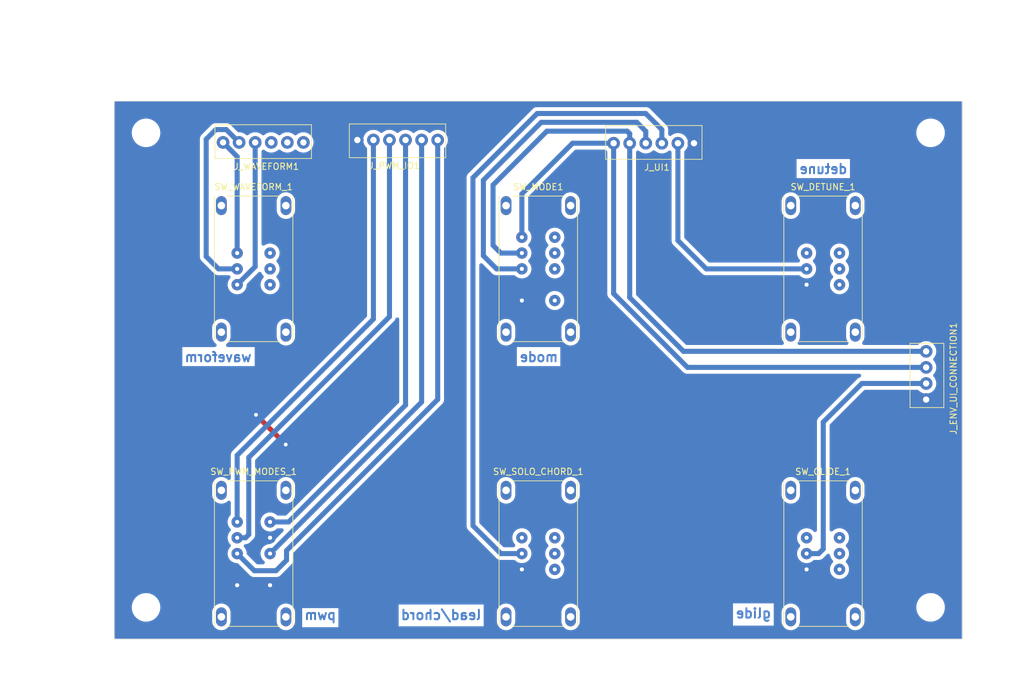
<source format=kicad_pcb>
(kicad_pcb (version 20221018) (generator pcbnew)
  (layers (0 "F.Cu" signal) (31 "B.Cu" signal) (34 "B.Paste" user) (35 "F.Paste" user) (36 "B.SilkS" user "B.Silkscreen") (37 "F.SilkS" user "F.Silkscreen") (38 "B.Mask" user) (39 "F.Mask" user) (44 "Edge.Cuts" user))
  (net 0 "")
  (net 1 "PULSE_WIDTH")
  (net 2 "PWM_OUT")
  (net 3 "PWM_LFO")
  (net 4 "PWM_NARROW_BIAS")
  (net 5 "PWM_LFO_BIAS")
  (net 6 "GND")
  (net 7 "+3.3V")
  (net 8 "1.5V")
  (net 9 "MODE")
  (net 10 "SOLO_CHORD")
  (net 11 "DETUNE")
  (net 12 "GLIDE")
  (net 13 "SQR_IN")
  (net 14 "WAVEFORM_OUT")
  (net 15 "SAW_IN")
  (footprint "MountingHole:MountingHole_4mm" (layer "F.Cu") (at 202 114)
    (fp_text reference "H3" hide)
    (fp_text value "MountingHole")
    (pad "" np_thru_hole circle (at 0 0) (size 4 4) (drill 4) (layers "*.Cu" "*.Mask"))
  )
  (footprint "Shmoergh_Custom_Footprints:NSL25_01x06_Vertical" (layer "F.Cu") (at 151.901523 40.64)
    (fp_text reference "J_UI1" (at 6.858 3.81) (layer "F.SilkS"))
    (fp_text value "Conn_01x06")
    (fp_line (start -1.27 -2.794) (end 13.97 -2.794) (stroke (width 0.12)) (layer "F.SilkS"))
    (fp_line (start -1.27 2.54) (end -1.27 -2.794) (stroke (width 0.12)) (layer "F.SilkS"))
    (fp_line (start 13.97 -2.794) (end 13.97 2.54) (stroke (width 0.12)) (layer "F.SilkS"))
    (fp_line (start 13.97 2.54) (end -1.27 2.54) (stroke (width 0.12)) (layer "F.SilkS"))
    (pad "1" thru_hole circle (at 0 0) (size 2 2) (drill 1) (layers "*.Cu" "*.Mask") (net 7 "+3.3V"))
    (pad "2" thru_hole circle (at 2.54 0) (size 2 2) (drill 1) (layers "*.Cu" "*.Mask") (net 8 "1.5V"))
    (pad "3" thru_hole circle (at 5.08 0) (size 2 2) (drill 1) (layers "*.Cu" "*.Mask") (net 9 "MODE"))
    (pad "4" thru_hole circle (at 7.62 0) (size 2 2) (drill 1) (layers "*.Cu" "*.Mask") (net 10 "SOLO_CHORD"))
    (pad "5" thru_hole circle (at 10.16 0) (size 2 2) (drill 1) (layers "*.Cu" "*.Mask") (net 11 "DETUNE"))
    (pad "6" thru_hole circle (at 12.7 0) (size 2 2) (drill 1) (layers "*.Cu" "*.Mask") (net 6 "GND"))
  )
  (footprint "Shmoergh_Custom_Footprints:DPDT Korg Style Switch" (layer "F.Cu") (at 140 105.5)
    (fp_text reference "SW_SOLO_CHORD_1" (at 0 -12.954 unlocked) (layer "F.SilkS"))
    (fp_text value "SW_DPDT_x2")
    (fp_line (start -6.2 11.5) (end -6.2 -11.5) (stroke (width 0.12)) (layer "F.SilkS"))
    (fp_line (start -4.1 -11.5) (end 4 -11.5) (stroke (width 0.12)) (layer "F.SilkS"))
    (fp_line (start -4 11.5) (end 4 11.5) (stroke (width 0.12)) (layer "F.SilkS"))
    (fp_line (start 6.2 11.5) (end 6.2 -11.5) (stroke (width 0.12)) (layer "F.SilkS"))
    (pad "" thru_hole oval (at -5.1 -10) (size 1.7 3) (drill 1.2) (layers "*.Cu" "*.Mask"))
    (pad "" thru_hole oval (at -5.1 10) (size 1.7 3) (drill 1.2) (layers "*.Cu" "*.Mask"))
    (pad "" thru_hole oval (at 5.1 -10) (size 1.7 3) (drill 1.2) (layers "*.Cu" "*.Mask"))
    (pad "" thru_hole oval (at 5.1 10) (size 1.7 3) (drill 1.2) (layers "*.Cu" "*.Mask"))
    (pad "1" thru_hole circle (at -2.6 -2.5) (size 1.8 1.8) (drill 0.65) (layers "*.Cu" "*.Mask"))
    (pad "2" thru_hole circle (at 2.6 -2.5) (size 1.8 1.8) (drill 0.65) (layers "*.Cu" "*.Mask"))
    (pad "3" thru_hole circle (at -2.6 0) (size 1.8 1.8) (drill 0.65) (layers "*.Cu" "*.Mask") (net 10 "SOLO_CHORD"))
    (pad "4" thru_hole circle (at 2.6 0) (size 1.8 1.8) (drill 0.65) (layers "*.Cu" "*.Mask"))
    (pad "5" thru_hole circle (at -2.6 2.5) (size 1.8 1.8) (drill 0.65) (layers "*.Cu" "*.Mask") (net 6 "GND"))
    (pad "6" thru_hole circle (at 2.6 2.5) (size 1.8 1.8) (drill 0.65) (layers "*.Cu" "*.Mask"))
  )
  (footprint "MountingHole:MountingHole_4mm" (layer "F.Cu") (at 78 39)
    (fp_text reference "H1" hide)
    (fp_text value "MountingHole")
    (pad "" np_thru_hole circle (at 0 0) (size 4 4) (drill 4) (layers "*.Cu" "*.Mask"))
  )
  (footprint "Shmoergh_Custom_Footprints:NSL25_01x06_Vertical" (layer "F.Cu") (at 124.094314 40.132 180)
    (fp_text reference "J_PWM_IO1" (at 6.858 -4.064) (layer "F.SilkS"))
    (fp_text value "Conn_01x06")
    (fp_line (start -1.27 -2.794) (end 13.97 -2.794) (stroke (width 0.12)) (layer "F.SilkS"))
    (fp_line (start -1.27 2.54) (end -1.27 -2.794) (stroke (width 0.12)) (layer "F.SilkS"))
    (fp_line (start 13.97 -2.794) (end 13.97 2.54) (stroke (width 0.12)) (layer "F.SilkS"))
    (fp_line (start 13.97 2.54) (end -1.27 2.54) (stroke (width 0.12)) (layer "F.SilkS"))
    (pad "1" thru_hole circle (at 0 0 180) (size 2 2) (drill 1) (layers "*.Cu" "*.Mask") (net 1 "PULSE_WIDTH"))
    (pad "2" thru_hole circle (at 2.54 0 180) (size 2 2) (drill 1) (layers "*.Cu" "*.Mask") (net 2 "PWM_OUT"))
    (pad "3" thru_hole circle (at 5.08 0 180) (size 2 2) (drill 1) (layers "*.Cu" "*.Mask") (net 3 "PWM_LFO"))
    (pad "4" thru_hole circle (at 7.62 0 180) (size 2 2) (drill 1) (layers "*.Cu" "*.Mask") (net 4 "PWM_NARROW_BIAS"))
    (pad "5" thru_hole circle (at 10.16 0 180) (size 2 2) (drill 1) (layers "*.Cu" "*.Mask") (net 5 "PWM_LFO_BIAS"))
    (pad "6" thru_hole circle (at 12.7 0 180) (size 2 2) (drill 1) (layers "*.Cu" "*.Mask") (net 6 "GND"))
  )
  (footprint "Shmoergh_Custom_Footprints:NSL25_01x04_Vertical" (layer "F.Cu") (at 201.295 73.533 -90)
    (fp_text reference "J_ENV_UI_CONNECTION1" (at 4.318 -4.318 90) (layer "F.SilkS"))
    (fp_text value "Conn_01x04")
    (fp_line (start -1.27 -2.794) (end 8.89 -2.794) (stroke (width 0.12)) (layer "F.SilkS"))
    (fp_line (start -1.27 2.54) (end -1.27 -2.794) (stroke (width 0.12)) (layer "F.SilkS"))
    (fp_line (start 8.89 -2.794) (end 8.89 2.54) (stroke (width 0.12)) (layer "F.SilkS"))
    (fp_line (start 8.89 2.54) (end -1.27 2.54) (stroke (width 0.12)) (layer "F.SilkS"))
    (pad "1" thru_hole circle (at 0 0 270) (size 2 2) (drill 1) (layers "*.Cu" "*.Mask") (net 8 "1.5V"))
    (pad "2" thru_hole circle (at 2.54 0 270) (size 2 2) (drill 1) (layers "*.Cu" "*.Mask") (net 7 "+3.3V"))
    (pad "3" thru_hole circle (at 5.08 0 270) (size 2 2) (drill 1) (layers "*.Cu" "*.Mask") (net 12 "GLIDE"))
    (pad "4" thru_hole circle (at 7.62 0 270) (size 2 2) (drill 1) (layers "*.Cu" "*.Mask") (net 6 "GND"))
  )
  (footprint "MountingHole:MountingHole_4mm" (layer "F.Cu") (at 78 114)
    (fp_text reference "H4" hide)
    (fp_text value "MountingHole")
    (pad "" np_thru_hole circle (at 0 0) (size 4 4) (drill 4) (layers "*.Cu" "*.Mask"))
  )
  (footprint "Shmoergh_Custom_Footprints:DPDT Korg Style Switch" (layer "F.Cu") (at 95 60.5)
    (fp_text reference "SW_WAVEFORM_1" (at 0 -12.954 unlocked) (layer "F.SilkS"))
    (fp_text value "SW_DPDT_x2")
    (fp_line (start -6.2 11.5) (end -6.2 -11.5) (stroke (width 0.12)) (layer "F.SilkS"))
    (fp_line (start -4.1 -11.5) (end 4 -11.5) (stroke (width 0.12)) (layer "F.SilkS"))
    (fp_line (start -4 11.5) (end 4 11.5) (stroke (width 0.12)) (layer "F.SilkS"))
    (fp_line (start 6.2 11.5) (end 6.2 -11.5) (stroke (width 0.12)) (layer "F.SilkS"))
    (pad "" thru_hole oval (at -5.1 -10) (size 1.7 3) (drill 1.2) (layers "*.Cu" "*.Mask"))
    (pad "" thru_hole oval (at -5.1 10) (size 1.7 3) (drill 1.2) (layers "*.Cu" "*.Mask"))
    (pad "" thru_hole oval (at 5.1 -10) (size 1.7 3) (drill 1.2) (layers "*.Cu" "*.Mask"))
    (pad "" thru_hole oval (at 5.1 10) (size 1.7 3) (drill 1.2) (layers "*.Cu" "*.Mask"))
    (pad "1" thru_hole circle (at -2.6 -2.5) (size 1.8 1.8) (drill 0.65) (layers "*.Cu" "*.Mask") (net 13 "SQR_IN"))
    (pad "2" thru_hole circle (at 2.6 -2.5) (size 1.8 1.8) (drill 0.65) (layers "*.Cu" "*.Mask"))
    (pad "3" thru_hole circle (at -2.6 0) (size 1.8 1.8) (drill 0.65) (layers "*.Cu" "*.Mask") (net 14 "WAVEFORM_OUT"))
    (pad "4" thru_hole circle (at 2.6 0) (size 1.8 1.8) (drill 0.65) (layers "*.Cu" "*.Mask"))
    (pad "5" thru_hole circle (at -2.6 2.5) (size 1.8 1.8) (drill 0.65) (layers "*.Cu" "*.Mask") (net 15 "SAW_IN"))
    (pad "6" thru_hole circle (at 2.6 2.5) (size 1.8 1.8) (drill 0.65) (layers "*.Cu" "*.Mask"))
  )
  (footprint "Shmoergh_Custom_Footprints:DPDT Korg Style Switch" (layer "F.Cu") (at 185 60.5)
    (fp_text reference "SW_DETUNE_1" (at 0 -12.954 unlocked) (layer "F.SilkS"))
    (fp_text value "SW_DPDT_x2")
    (fp_line (start -6.2 11.5) (end -6.2 -11.5) (stroke (width 0.12)) (layer "F.SilkS"))
    (fp_line (start -4.1 -11.5) (end 4 -11.5) (stroke (width 0.12)) (layer "F.SilkS"))
    (fp_line (start -4 11.5) (end 4 11.5) (stroke (width 0.12)) (layer "F.SilkS"))
    (fp_line (start 6.2 11.5) (end 6.2 -11.5) (stroke (width 0.12)) (layer "F.SilkS"))
    (pad "" thru_hole oval (at -5.1 -10) (size 1.7 3) (drill 1.2) (layers "*.Cu" "*.Mask"))
    (pad "" thru_hole oval (at -5.1 10) (size 1.7 3) (drill 1.2) (layers "*.Cu" "*.Mask"))
    (pad "" thru_hole oval (at 5.1 -10) (size 1.7 3) (drill 1.2) (layers "*.Cu" "*.Mask"))
    (pad "" thru_hole oval (at 5.1 10) (size 1.7 3) (drill 1.2) (layers "*.Cu" "*.Mask"))
    (pad "1" thru_hole circle (at -2.6 -2.5) (size 1.8 1.8) (drill 0.65) (layers "*.Cu" "*.Mask"))
    (pad "2" thru_hole circle (at 2.6 -2.5) (size 1.8 1.8) (drill 0.65) (layers "*.Cu" "*.Mask"))
    (pad "3" thru_hole circle (at -2.6 0) (size 1.8 1.8) (drill 0.65) (layers "*.Cu" "*.Mask") (net 11 "DETUNE"))
    (pad "4" thru_hole circle (at 2.6 0) (size 1.8 1.8) (drill 0.65) (layers "*.Cu" "*.Mask"))
    (pad "5" thru_hole circle (at -2.6 2.5) (size 1.8 1.8) (drill 0.65) (layers "*.Cu" "*.Mask") (net 6 "GND"))
    (pad "6" thru_hole circle (at 2.6 2.5) (size 1.8 1.8) (drill 0.65) (layers "*.Cu" "*.Mask"))
  )
  (footprint "Shmoergh_Custom_Footprints:NSL25_01x06_Vertical" (layer "F.Cu") (at 90.17 40.513)
    (fp_text reference "J_WAVEFORM1" (at 6.858 3.81) (layer "F.SilkS"))
    (fp_text value "Conn_01x03")
    (fp_line (start -1.27 -2.794) (end 13.97 -2.794) (stroke (width 0.12)) (layer "F.SilkS"))
    (fp_line (start -1.27 2.54) (end -1.27 -2.794) (stroke (width 0.12)) (layer "F.SilkS"))
    (fp_line (start 13.97 -2.794) (end 13.97 2.54) (stroke (width 0.12)) (layer "F.SilkS"))
    (fp_line (start 13.97 2.54) (end -1.27 2.54) (stroke (width 0.12)) (layer "F.SilkS"))
    (pad "1" thru_hole circle (at 0 0) (size 2 2) (drill 1) (layers "*.Cu" "*.Mask") (net 13 "SQR_IN"))
    (pad "2" thru_hole circle (at 2.54 0) (size 2 2) (drill 1) (layers "*.Cu" "*.Mask") (net 14 "WAVEFORM_OUT"))
    (pad "3" thru_hole circle (at 5.08 0) (size 2 2) (drill 1) (layers "*.Cu" "*.Mask") (net 15 "SAW_IN"))
    (pad "4" thru_hole circle (at 7.62 0) (size 2 2) (drill 1) (layers "*.Cu" "*.Mask"))
    (pad "5" thru_hole circle (at 10.16 0) (size 2 2) (drill 1) (layers "*.Cu" "*.Mask"))
    (pad "6" thru_hole circle (at 12.7 0) (size 2 2) (drill 1) (layers "*.Cu" "*.Mask"))
  )
  (footprint "Shmoergh_Custom_Footprints:DP3T Korg Style Switch" (layer "F.Cu") (at 95 105.5)
    (fp_text reference "SW_PWM_MODES_1" (at 0 -12.954 unlocked) (layer "F.SilkS"))
    (fp_text value "SW_DP3T")
    (fp_line (start -6.2 11.5) (end -6.2 -11.5) (stroke (width 0.12)) (layer "F.SilkS"))
    (fp_line (start -4 -11.5) (end 4 -11.5) (stroke (width 0.12)) (layer "F.SilkS"))
    (fp_line (start -4 11.5) (end 4 11.5) (stroke (width 0.12)) (layer "F.SilkS"))
    (fp_line (start 6.2 11.5) (end 6.2 -11.5) (stroke (width 0.12)) (layer "F.SilkS"))
    (pad "" thru_hole oval (at -5.1 -10) (size 1.7 3) (drill 1.2) (layers "*.Cu" "*.Mask"))
    (pad "" thru_hole oval (at -5.1 10) (size 1.7 3) (drill 1.2) (layers "*.Cu" "*.Mask"))
    (pad "" thru_hole oval (at 5.1 -10) (size 1.7 3) (drill 1.2) (layers "*.Cu" "*.Mask"))
    (pad "" thru_hole oval (at 5.1 10) (size 1.7 3) (drill 1.2) (layers "*.Cu" "*.Mask"))
    (pad "1" thru_hole circle (at -2.6 -5) (size 1.8 1.8) (drill 0.65) (layers "*.Cu" "*.Mask") (net 5 "PWM_LFO_BIAS"))
    (pad "2" thru_hole circle (at -2.6 -2.5) (size 1.8 1.8) (drill 0.65) (layers "*.Cu" "*.Mask") (net 4 "PWM_NARROW_BIAS"))
    (pad "3" thru_hole circle (at -2.6 0) (size 1.8 1.8) (drill 0.65) (layers "*.Cu" "*.Mask") (net 1 "PULSE_WIDTH"))
    (pad "4" thru_hole circle (at -2.6 5) (size 1.8 1.8) (drill 0.65) (layers "*.Cu" "*.Mask") (net 6 "GND"))
    (pad "5" thru_hole circle (at 2.6 -5) (size 1.8 1.8) (drill 0.65) (layers "*.Cu" "*.Mask") (net 3 "PWM_LFO"))
    (pad "6" thru_hole circle (at 2.6 -2.5) (size 1.8 1.8) (drill 0.65) (layers "*.Cu" "*.Mask") (net 6 "GND"))
    (pad "7" thru_hole circle (at 2.6 0) (size 1.8 1.8) (drill 0.65) (layers "*.Cu" "*.Mask") (net 2 "PWM_OUT"))
    (pad "8" thru_hole circle (at 2.6 5) (size 1.8 1.8) (drill 0.65) (layers "*.Cu" "*.Mask") (net 6 "GND"))
  )
  (footprint "Shmoergh_Custom_Footprints:DPDT Korg Style Switch" (layer "F.Cu") (at 185 105.5)
    (fp_text reference "SW_GLIDE_1" (at 0 -12.954 unlocked) (layer "F.SilkS"))
    (fp_text value "SW_DPDT_x2")
    (fp_line (start -6.2 11.5) (end -6.2 -11.5) (stroke (width 0.12)) (layer "F.SilkS"))
    (fp_line (start -4.1 -11.5) (end 4 -11.5) (stroke (width 0.12)) (layer "F.SilkS"))
    (fp_line (start -4 11.5) (end 4 11.5) (stroke (width 0.12)) (layer "F.SilkS"))
    (fp_line (start 6.2 11.5) (end 6.2 -11.5) (stroke (width 0.12)) (layer "F.SilkS"))
    (pad "" thru_hole oval (at -5.1 -10) (size 1.7 3) (drill 1.2) (layers "*.Cu" "*.Mask"))
    (pad "" thru_hole oval (at -5.1 10) (size 1.7 3) (drill 1.2) (layers "*.Cu" "*.Mask"))
    (pad "" thru_hole oval (at 5.1 -10) (size 1.7 3) (drill 1.2) (layers "*.Cu" "*.Mask"))
    (pad "" thru_hole oval (at 5.1 10) (size 1.7 3) (drill 1.2) (layers "*.Cu" "*.Mask"))
    (pad "1" thru_hole circle (at -2.6 -2.5) (size 1.8 1.8) (drill 0.65) (layers "*.Cu" "*.Mask"))
    (pad "2" thru_hole circle (at 2.6 -2.5) (size 1.8 1.8) (drill 0.65) (layers "*.Cu" "*.Mask"))
    (pad "3" thru_hole circle (at -2.6 0) (size 1.8 1.8) (drill 0.65) (layers "*.Cu" "*.Mask") (net 12 "GLIDE"))
    (pad "4" thru_hole circle (at 2.6 0) (size 1.8 1.8) (drill 0.65) (layers "*.Cu" "*.Mask"))
    (pad "5" thru_hole circle (at -2.6 2.5) (size 1.8 1.8) (drill 0.65) (layers "*.Cu" "*.Mask") (net 6 "GND"))
    (pad "6" thru_hole circle (at 2.6 2.5) (size 1.8 1.8) (drill 0.65) (layers "*.Cu" "*.Mask"))
  )
  (footprint "MountingHole:MountingHole_4mm" (layer "F.Cu") (at 202 39)
    (fp_text reference "H2" hide)
    (fp_text value "MountingHole")
    (pad "" np_thru_hole circle (at 0 0) (size 4 4) (drill 4) (layers "*.Cu" "*.Mask"))
  )
  (footprint "Shmoergh_Custom_Footprints:DP3T Korg Style Switch" (layer "F.Cu") (at 140 60.5)
    (fp_text reference "SW_MODE1" (at 0 -12.954 unlocked) (layer "F.SilkS"))
    (fp_text value "SW_DP3T")
    (fp_line (start -6.2 11.5) (end -6.2 -11.5) (stroke (width 0.12)) (layer "F.SilkS"))
    (fp_line (start -4 -11.5) (end 4 -11.5) (stroke (width 0.12)) (layer "F.SilkS"))
    (fp_line (start -4 11.5) (end 4 11.5) (stroke (width 0.12)) (layer "F.SilkS"))
    (fp_line (start 6.2 11.5) (end 6.2 -11.5) (stroke (width 0.12)) (layer "F.SilkS"))
    (pad "" thru_hole oval (at -5.1 -10) (size 1.7 3) (drill 1.2) (layers "*.Cu" "*.Mask"))
    (pad "" thru_hole oval (at -5.1 10) (size 1.7 3) (drill 1.2) (layers "*.Cu" "*.Mask"))
    (pad "" thru_hole oval (at 5.1 -10) (size 1.7 3) (drill 1.2) (layers "*.Cu" "*.Mask"))
    (pad "" thru_hole oval (at 5.1 10) (size 1.7 3) (drill 1.2) (layers "*.Cu" "*.Mask"))
    (pad "1" thru_hole circle (at -2.6 -5) (size 1.8 1.8) (drill 0.65) (layers "*.Cu" "*.Mask") (net 7 "+3.3V"))
    (pad "2" thru_hole circle (at -2.6 -2.5) (size 1.8 1.8) (drill 0.65) (layers "*.Cu" "*.Mask") (net 8 "1.5V"))
    (pad "3" thru_hole circle (at -2.6 0) (size 1.8 1.8) (drill 0.65) (layers "*.Cu" "*.Mask") (net 9 "MODE"))
    (pad "4" thru_hole circle (at -2.6 5) (size 1.8 1.8) (drill 0.65) (layers "*.Cu" "*.Mask") (net 6 "GND"))
    (pad "5" thru_hole circle (at 2.6 -5) (size 1.8 1.8) (drill 0.65) (layers "*.Cu" "*.Mask"))
    (pad "6" thru_hole circle (at 2.6 -2.5) (size 1.8 1.8) (drill 0.65) (layers "*.Cu" "*.Mask"))
    (pad "7" thru_hole circle (at 2.6 0) (size 1.8 1.8) (drill 0.65) (layers "*.Cu" "*.Mask"))
    (pad "8" thru_hole circle (at 2.6 5) (size 1.8 1.8) (drill 0.65) (layers "*.Cu" "*.Mask"))
  )
  (gr_rect (start 73 34) (end 207 119) (stroke (width 0.1)) (fill none) (layer "Edge.Cuts"))
  (gr_text "pwm" (at 105.537 116.078) (layer "B.Cu") (effects (font (size 1.5 1.5) (thickness 0.3) bold) (justify bottom mirror)))
  (gr_text "mode" (at 140.081 75.311) (layer "B.Cu") (effects (font (size 1.5 1.5) (thickness 0.3) bold) (justify bottom mirror)))
  (gr_text "waveform" (at 89.383255 75.311) (layer "B.Cu") (effects (font (size 1.5 1.5) (thickness 0.3) bold) (justify bottom mirror)))
  (gr_text "lead/chord" (at 124.642842 116.078) (layer "B.Cu") (effects (font (size 1.5 1.5) (thickness 0.3) bold) (justify bottom mirror)))
  (gr_text "detune" (at 185.039 45.593) (layer "B.Cu") (effects (font (size 1.5 1.5) (thickness 0.3) bold) (justify bottom mirror)))
  (gr_text "glide" (at 173.99 115.824) (layer "B.Cu") (effects (font (size 1.5 1.5) (thickness 0.3) bold) (justify bottom mirror)))
  (segment (start 100.203 105.029) (end 100.203 106.553) (width 0.8) (layer "B.Cu") (net 1))
  (segment (start 98.552 108.204) (end 95.104 108.204) (width 0.8) (layer "B.Cu") (net 1))
  (segment (start 124.094314 81.137686) (end 100.203 105.029) (width 0.8) (layer "B.Cu") (net 1))
  (segment (start 100.203 106.553) (end 98.552 108.204) (width 0.8) (layer "B.Cu") (net 1))
  (segment (start 124.094314 40.132) (end 124.094314 81.137686) (width 0.8) (layer "B.Cu") (net 1))
  (segment (start 95.104 108.204) (end 92.4 105.5) (width 0.8) (layer "B.Cu") (net 1))
  (segment (start 121.554314 81.545686) (end 97.6 105.5) (width 0.8) (layer "B.Cu") (net 2))
  (segment (start 121.554314 40.132) (end 121.554314 81.545686) (width 0.8) (layer "B.Cu") (net 2))
  (segment (start 119.014314 82.026686) (end 100.541 100.5) (width 0.8) (layer "B.Cu") (net 3))
  (segment (start 100.541 100.5) (end 97.6 100.5) (width 0.8) (layer "B.Cu") (net 3))
  (segment (start 119.014314 40.132) (end 119.014314 82.026686) (width 0.8) (layer "B.Cu") (net 3))
  (segment (start 94.234 102.489) (end 93.723 103) (width 0.8) (layer "B.Cu") (net 4))
  (segment (start 116.474314 68.056686) (end 94.234 90.297) (width 0.8) (layer "B.Cu") (net 4))
  (segment (start 116.474314 40.132) (end 116.474314 68.056686) (width 0.8) (layer "B.Cu") (net 4))
  (segment (start 93.723 103) (end 92.4 103) (width 0.8) (layer "B.Cu") (net 4))
  (segment (start 94.234 90.297) (end 94.234 102.489) (width 0.8) (layer "B.Cu") (net 4))
  (segment (start 113.934314 68.437686) (end 92.4 89.972) (width 0.8) (layer "B.Cu") (net 5))
  (segment (start 92.4 89.972) (end 92.4 100.5) (width 0.8) (layer "B.Cu") (net 5))
  (segment (start 113.934314 40.132) (end 113.934314 68.437686) (width 0.8) (layer "B.Cu") (net 5))
  (segment (start 100.076 88.265) (end 95.377 83.566) (width 0.8) (layer "F.Cu") (net 6))
  (via (at 95.377 83.566) (size 2) (drill 0.6) (layers "F.Cu" "B.Cu") (net 6))
  (via (at 100.076 88.265) (size 2) (drill 0.6) (layers "F.Cu" "B.Cu") (net 6))
  (segment (start 137.4 48.655) (end 137.4 55.5) (width 0.8) (layer "B.Cu") (net 7))
  (segment (start 145.415 40.64) (end 137.4 48.655) (width 0.8) (layer "B.Cu") (net 7))
  (segment (start 163.576 76.073) (end 151.901523 64.398523) (width 0.8) (layer "B.Cu") (net 7))
  (segment (start 201.295 76.073) (end 163.576 76.073) (width 0.8) (layer "B.Cu") (net 7))
  (segment (start 151.901523 40.64) (end 145.415 40.64) (width 0.8) (layer "B.Cu") (net 7))
  (segment (start 151.901523 64.398523) (end 151.901523 40.64) (width 0.8) (layer "B.Cu") (net 7))
  (segment (start 134.073 58) (end 137.4 58) (width 0.8) (layer "B.Cu") (net 8))
  (segment (start 154.441523 39.125523) (end 154.051 38.735) (width 0.8) (layer "B.Cu") (net 8))
  (segment (start 154.441523 65.033523) (end 154.441523 40.64) (width 0.8) (layer "B.Cu") (net 8))
  (segment (start 154.441523 40.64) (end 154.441523 39.125523) (width 0.8) (layer "B.Cu") (net 8))
  (segment (start 201.295 73.533) (end 162.941 73.533) (width 0.8) (layer "B.Cu") (net 8))
  (segment (start 154.051 38.735) (end 141.351 38.735) (width 0.8) (layer "B.Cu") (net 8))
  (segment (start 141.351 38.735) (end 132.842 47.244) (width 0.8) (layer "B.Cu") (net 8))
  (segment (start 162.941 73.533) (end 154.441523 65.033523) (width 0.8) (layer "B.Cu") (net 8))
  (segment (start 132.842 56.769) (end 134.073 58) (width 0.8) (layer "B.Cu") (net 8))
  (segment (start 132.842 47.244) (end 132.842 56.769) (width 0.8) (layer "B.Cu") (net 8))
  (segment (start 156.981523 38.744523) (end 155.575 37.338) (width 0.8) (layer "B.Cu") (net 9))
  (segment (start 131.318 58.42) (end 133.398 60.5) (width 0.8) (layer "B.Cu") (net 9))
  (segment (start 131.318 46.482) (end 131.318 58.42) (width 0.8) (layer "B.Cu") (net 9))
  (segment (start 155.575 37.338) (end 140.462 37.338) (width 0.8) (layer "B.Cu") (net 9))
  (segment (start 133.398 60.5) (end 137.4 60.5) (width 0.8) (layer "B.Cu") (net 9))
  (segment (start 140.462 37.338) (end 131.318 46.482) (width 0.8) (layer "B.Cu") (net 9))
  (segment (start 156.981523 40.64) (end 156.981523 38.744523) (width 0.8) (layer "B.Cu") (net 9))
  (segment (start 139.827 35.941) (end 129.667 46.101) (width 0.8) (layer "B.Cu") (net 10))
  (segment (start 159.521523 38.490523) (end 156.972 35.941) (width 0.8) (layer "B.Cu") (net 10))
  (segment (start 129.667 101.092) (end 134.075 105.5) (width 0.8) (layer "B.Cu") (net 10))
  (segment (start 156.972 35.941) (end 139.827 35.941) (width 0.8) (layer "B.Cu") (net 10))
  (segment (start 159.521523 40.64) (end 159.521523 38.490523) (width 0.8) (layer "B.Cu") (net 10))
  (segment (start 129.667 46.101) (end 129.667 101.092) (width 0.8) (layer "B.Cu") (net 10))
  (segment (start 134.075 105.5) (end 137.4 105.5) (width 0.8) (layer "B.Cu") (net 10))
  (segment (start 182.4 60.5) (end 166.545 60.5) (width 0.8) (layer "B.Cu") (net 11))
  (segment (start 162.061523 56.016523) (end 162.061523 40.64) (width 0.8) (layer "B.Cu") (net 11))
  (segment (start 166.545 60.5) (end 162.061523 56.016523) (width 0.8) (layer "B.Cu") (net 11))
  (segment (start 185.039 104.775) (end 184.314 105.5) (width 0.8) (layer "B.Cu") (net 12))
  (segment (start 185.039 84.709) (end 185.039 104.775) (width 0.8) (layer "B.Cu") (net 12))
  (segment (start 191.135 78.613) (end 185.039 84.709) (width 0.8) (layer "B.Cu") (net 12))
  (segment (start 201.295 78.613) (end 191.135 78.613) (width 0.8) (layer "B.Cu") (net 12))
  (segment (start 184.314 105.5) (end 182.4 105.5) (width 0.8) (layer "B.Cu") (net 12))
  (segment (start 90.17 40.513) (end 92.4 42.743) (width 0.8) (layer "B.Cu") (net 13))
  (segment (start 92.4 42.743) (end 92.4 58) (width 0.8) (layer "B.Cu") (net 13))
  (segment (start 90.678 38.481) (end 89.027 38.481) (width 0.8) (layer "B.Cu") (net 14))
  (segment (start 89.456 60.5) (end 92.4 60.5) (width 0.8) (layer "B.Cu") (net 14))
  (segment (start 89.027 38.481) (end 87.503 40.005) (width 0.8) (layer "B.Cu") (net 14))
  (segment (start 87.503 40.005) (end 87.503 58.547) (width 0.8) (layer "B.Cu") (net 14))
  (segment (start 92.71 40.513) (end 90.678 38.481) (width 0.8) (layer "B.Cu") (net 14))
  (segment (start 87.503 58.547) (end 89.456 60.5) (width 0.8) (layer "B.Cu") (net 14))
  (segment (start 95.25 40.513) (end 95.25 60.15) (width 0.8) (layer "B.Cu") (net 15))
  (segment (start 95.25 60.15) (end 92.4 63) (width 0.8) (layer "B.Cu") (net 15))
  (zone (net 6) (net_name "GND") (layer "B.Cu") (connect_pads yes (clearance 0.6)) (min_thickness 0.6) (fill yes (thermal_gap 0.65) (thermal_bridge_width 0.6))
    (polygon (pts (xy 73 34) (xy 207 34) (xy 207 119) (xy 73 119)))
  )
)
</source>
